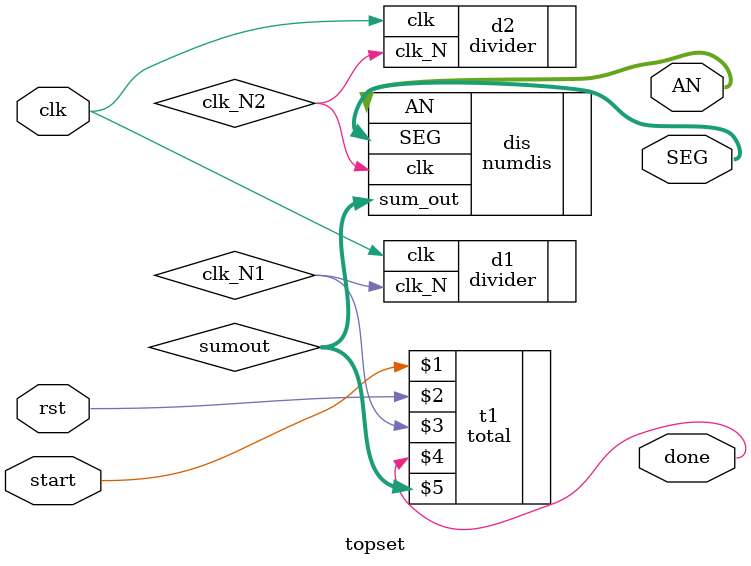
<source format=v>
`timescale 1ns / 1ps


module topset(clk,rst,start,done,SEG,AN);
    input clk,rst,start;
    output done;
    output [7:0]SEG;
    output [7:0]AN;
    wire [31:0]sumout;
    wire clk_N1, clk_N2;
    divider #(10000000)d1(.clk(clk), .clk_N(clk_N1));
    divider #(100000)d2(.clk(clk), .clk_N(clk_N2));
    numdis dis(.clk(clk_N2), .sum_out(sumout), .AN(AN), .SEG(SEG));
    total t1(start,rst,clk_N1,done,sumout);
endmodule

</source>
